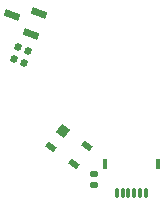
<source format=gbr>
%TF.GenerationSoftware,KiCad,Pcbnew,7.0.10*%
%TF.CreationDate,2024-11-13T08:35:09-08:00*%
%TF.ProjectId,ballBearingBoard241112,62616c6c-4265-4617-9269-6e67426f6172,rev?*%
%TF.SameCoordinates,Original*%
%TF.FileFunction,Paste,Top*%
%TF.FilePolarity,Positive*%
%FSLAX46Y46*%
G04 Gerber Fmt 4.6, Leading zero omitted, Abs format (unit mm)*
G04 Created by KiCad (PCBNEW 7.0.10) date 2024-11-13 08:35:09*
%MOMM*%
%LPD*%
G01*
G04 APERTURE LIST*
G04 Aperture macros list*
%AMRoundRect*
0 Rectangle with rounded corners*
0 $1 Rounding radius*
0 $2 $3 $4 $5 $6 $7 $8 $9 X,Y pos of 4 corners*
0 Add a 4 corners polygon primitive as box body*
4,1,4,$2,$3,$4,$5,$6,$7,$8,$9,$2,$3,0*
0 Add four circle primitives for the rounded corners*
1,1,$1+$1,$2,$3*
1,1,$1+$1,$4,$5*
1,1,$1+$1,$6,$7*
1,1,$1+$1,$8,$9*
0 Add four rect primitives between the rounded corners*
20,1,$1+$1,$2,$3,$4,$5,0*
20,1,$1+$1,$4,$5,$6,$7,0*
20,1,$1+$1,$6,$7,$8,$9,0*
20,1,$1+$1,$8,$9,$2,$3,0*%
%AMRotRect*
0 Rectangle, with rotation*
0 The origin of the aperture is its center*
0 $1 length*
0 $2 width*
0 $3 Rotation angle, in degrees counterclockwise*
0 Add horizontal line*
21,1,$1,$2,0,0,$3*%
G04 Aperture macros list end*
%ADD10RotRect,0.508000X0.863600X233.000000*%
%ADD11RotRect,0.889000X0.863600X233.000000*%
%ADD12RoundRect,0.030000X-0.120000X-0.370000X0.120000X-0.370000X0.120000X0.370000X-0.120000X0.370000X0*%
%ADD13RoundRect,0.040000X-0.160000X-0.360000X0.160000X-0.360000X0.160000X0.360000X-0.160000X0.360000X0*%
%ADD14RotRect,0.584200X1.320800X70.000000*%
%ADD15RoundRect,0.140000X0.170000X-0.140000X0.170000X0.140000X-0.170000X0.140000X-0.170000X-0.140000X0*%
%ADD16RoundRect,0.140000X-0.189700X-0.111865X0.073414X-0.207631X0.189700X0.111865X-0.073414X0.207631X0*%
G04 APERTURE END LIST*
D10*
%TO.C,U1*%
X-3652472Y-7379551D03*
X-4795921Y-8896960D03*
X-6710729Y-7454048D03*
D11*
X-5681926Y-6088780D03*
%TD*%
D12*
%TO.C,FPC1*%
X1326200Y-11411700D03*
X826200Y-11411700D03*
X326200Y-11411700D03*
X-173800Y-11411700D03*
X-673800Y-11411700D03*
X-1173800Y-11411700D03*
D13*
X2326200Y-8901700D03*
X-2173800Y-8901700D03*
%TD*%
D14*
%TO.C,U2*%
X-8412592Y2087199D03*
X-7762753Y3872616D03*
X-9997128Y3674892D03*
%TD*%
D15*
%TO.C,C1*%
X-3073400Y-10690800D03*
X-3073400Y-9730800D03*
%TD*%
D16*
%TO.C,C3*%
X-9899852Y-64430D03*
X-8997748Y-392770D03*
%TD*%
%TO.C,C2*%
X-9544252Y951570D03*
X-8642148Y623230D03*
%TD*%
M02*

</source>
